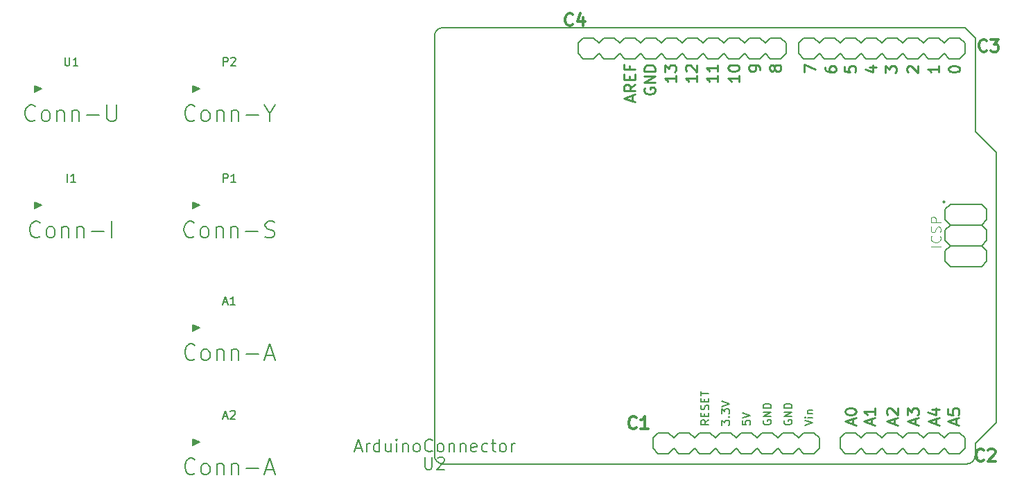
<source format=gto>
G04 #@! TF.FileFunction,Legend,Top*
%FSLAX46Y46*%
G04 Gerber Fmt 4.6, Leading zero omitted, Abs format (unit mm)*
G04 Created by KiCad (PCBNEW 4.0.2+dfsg1-stable) date vie 26 may 2017 18:32:50 CEST*
%MOMM*%
G01*
G04 APERTURE LIST*
%ADD10C,0.100000*%
%ADD11C,0.300000*%
%ADD12C,0.127000*%
%ADD13C,0.203200*%
%ADD14C,0.152400*%
%ADD15C,0.198120*%
%ADD16C,0.150000*%
%ADD17C,0.213360*%
%ADD18C,0.101600*%
%ADD19C,0.200000*%
G04 APERTURE END LIST*
D10*
D11*
X165396101Y-51310314D02*
X165324672Y-51381743D01*
X165110386Y-51453171D01*
X164967529Y-51453171D01*
X164753244Y-51381743D01*
X164610386Y-51238886D01*
X164538958Y-51096029D01*
X164467529Y-50810314D01*
X164467529Y-50596029D01*
X164538958Y-50310314D01*
X164610386Y-50167457D01*
X164753244Y-50024600D01*
X164967529Y-49953171D01*
X165110386Y-49953171D01*
X165324672Y-50024600D01*
X165396101Y-50096029D01*
X166681815Y-50453171D02*
X166681815Y-51453171D01*
X166324672Y-49881743D02*
X165967529Y-50953171D01*
X166896101Y-50953171D01*
X215942101Y-54485314D02*
X215870672Y-54556743D01*
X215656386Y-54628171D01*
X215513529Y-54628171D01*
X215299244Y-54556743D01*
X215156386Y-54413886D01*
X215084958Y-54271029D01*
X215013529Y-53985314D01*
X215013529Y-53771029D01*
X215084958Y-53485314D01*
X215156386Y-53342457D01*
X215299244Y-53199600D01*
X215513529Y-53128171D01*
X215656386Y-53128171D01*
X215870672Y-53199600D01*
X215942101Y-53271029D01*
X216442101Y-53128171D02*
X217370672Y-53128171D01*
X216870672Y-53699600D01*
X217084958Y-53699600D01*
X217227815Y-53771029D01*
X217299244Y-53842457D01*
X217370672Y-53985314D01*
X217370672Y-54342457D01*
X217299244Y-54485314D01*
X217227815Y-54556743D01*
X217084958Y-54628171D01*
X216656386Y-54628171D01*
X216513529Y-54556743D01*
X216442101Y-54485314D01*
X215561101Y-104523314D02*
X215489672Y-104594743D01*
X215275386Y-104666171D01*
X215132529Y-104666171D01*
X214918244Y-104594743D01*
X214775386Y-104451886D01*
X214703958Y-104309029D01*
X214632529Y-104023314D01*
X214632529Y-103809029D01*
X214703958Y-103523314D01*
X214775386Y-103380457D01*
X214918244Y-103237600D01*
X215132529Y-103166171D01*
X215275386Y-103166171D01*
X215489672Y-103237600D01*
X215561101Y-103309029D01*
X216132529Y-103309029D02*
X216203958Y-103237600D01*
X216346815Y-103166171D01*
X216703958Y-103166171D01*
X216846815Y-103237600D01*
X216918244Y-103309029D01*
X216989672Y-103451886D01*
X216989672Y-103594743D01*
X216918244Y-103809029D01*
X216061101Y-104666171D01*
X216989672Y-104666171D01*
X173143101Y-100586314D02*
X173071672Y-100657743D01*
X172857386Y-100729171D01*
X172714529Y-100729171D01*
X172500244Y-100657743D01*
X172357386Y-100514886D01*
X172285958Y-100372029D01*
X172214529Y-100086314D01*
X172214529Y-99872029D01*
X172285958Y-99586314D01*
X172357386Y-99443457D01*
X172500244Y-99300600D01*
X172714529Y-99229171D01*
X172857386Y-99229171D01*
X173071672Y-99300600D01*
X173143101Y-99372029D01*
X174571672Y-100729171D02*
X173714529Y-100729171D01*
X174143101Y-100729171D02*
X174143101Y-99229171D01*
X174000244Y-99443457D01*
X173857386Y-99586314D01*
X173714529Y-99657743D01*
D12*
X214541100Y-102463600D02*
X214541100Y-103987600D01*
X213525100Y-105003600D02*
G75*
G03X214541100Y-103987600I0J1016000D01*
G01*
X213525100Y-105003600D02*
X149517100Y-105003600D01*
X148501100Y-103987600D02*
G75*
G03X149517100Y-105003600I1016000J0D01*
G01*
X148501100Y-103987600D02*
X148501100Y-52705000D01*
X149517100Y-51689000D02*
G75*
G03X148501100Y-52705000I0J-1016000D01*
G01*
X149517100Y-51689000D02*
X213271100Y-51689000D01*
X213271100Y-51689000D02*
X214541100Y-52959000D01*
X214541100Y-52959000D02*
X214541100Y-64389000D01*
X214541100Y-64389000D02*
X217081100Y-66929000D01*
X217081100Y-66929000D02*
X217081100Y-99923600D01*
X217081100Y-99923600D02*
X214541100Y-102463600D01*
D13*
X208826100Y-52933600D02*
X210096100Y-52933600D01*
X210096100Y-52933600D02*
X210731100Y-53568600D01*
X210731100Y-54838600D02*
X210096100Y-55473600D01*
X205651100Y-53568600D02*
X206286100Y-52933600D01*
X206286100Y-52933600D02*
X207556100Y-52933600D01*
X207556100Y-52933600D02*
X208191100Y-53568600D01*
X208191100Y-54838600D02*
X207556100Y-55473600D01*
X207556100Y-55473600D02*
X206286100Y-55473600D01*
X206286100Y-55473600D02*
X205651100Y-54838600D01*
X208826100Y-52933600D02*
X208191100Y-53568600D01*
X208191100Y-54838600D02*
X208826100Y-55473600D01*
X210096100Y-55473600D02*
X208826100Y-55473600D01*
X201206100Y-52933600D02*
X202476100Y-52933600D01*
X202476100Y-52933600D02*
X203111100Y-53568600D01*
X203111100Y-54838600D02*
X202476100Y-55473600D01*
X203111100Y-53568600D02*
X203746100Y-52933600D01*
X203746100Y-52933600D02*
X205016100Y-52933600D01*
X205016100Y-52933600D02*
X205651100Y-53568600D01*
X205651100Y-54838600D02*
X205016100Y-55473600D01*
X205016100Y-55473600D02*
X203746100Y-55473600D01*
X203746100Y-55473600D02*
X203111100Y-54838600D01*
X198031100Y-53568600D02*
X198666100Y-52933600D01*
X198666100Y-52933600D02*
X199936100Y-52933600D01*
X199936100Y-52933600D02*
X200571100Y-53568600D01*
X200571100Y-54838600D02*
X199936100Y-55473600D01*
X199936100Y-55473600D02*
X198666100Y-55473600D01*
X198666100Y-55473600D02*
X198031100Y-54838600D01*
X201206100Y-52933600D02*
X200571100Y-53568600D01*
X200571100Y-54838600D02*
X201206100Y-55473600D01*
X202476100Y-55473600D02*
X201206100Y-55473600D01*
X193586100Y-52933600D02*
X194856100Y-52933600D01*
X194856100Y-52933600D02*
X195491100Y-53568600D01*
X195491100Y-54838600D02*
X194856100Y-55473600D01*
X195491100Y-53568600D02*
X196126100Y-52933600D01*
X196126100Y-52933600D02*
X197396100Y-52933600D01*
X197396100Y-52933600D02*
X198031100Y-53568600D01*
X198031100Y-54838600D02*
X197396100Y-55473600D01*
X197396100Y-55473600D02*
X196126100Y-55473600D01*
X196126100Y-55473600D02*
X195491100Y-54838600D01*
X192951100Y-53568600D02*
X192951100Y-54838600D01*
X193586100Y-52933600D02*
X192951100Y-53568600D01*
X192951100Y-54838600D02*
X193586100Y-55473600D01*
X194856100Y-55473600D02*
X193586100Y-55473600D01*
X211366100Y-52933600D02*
X212636100Y-52933600D01*
X212636100Y-52933600D02*
X213271100Y-53568600D01*
X213271100Y-53568600D02*
X213271100Y-54838600D01*
X213271100Y-54838600D02*
X212636100Y-55473600D01*
X211366100Y-52933600D02*
X210731100Y-53568600D01*
X210731100Y-54838600D02*
X211366100Y-55473600D01*
X212636100Y-55473600D02*
X211366100Y-55473600D01*
X186982100Y-52933600D02*
X188252100Y-52933600D01*
X188252100Y-52933600D02*
X188887100Y-53568600D01*
X188887100Y-54838600D02*
X188252100Y-55473600D01*
X183807100Y-53568600D02*
X184442100Y-52933600D01*
X184442100Y-52933600D02*
X185712100Y-52933600D01*
X185712100Y-52933600D02*
X186347100Y-53568600D01*
X186347100Y-54838600D02*
X185712100Y-55473600D01*
X185712100Y-55473600D02*
X184442100Y-55473600D01*
X184442100Y-55473600D02*
X183807100Y-54838600D01*
X186982100Y-52933600D02*
X186347100Y-53568600D01*
X186347100Y-54838600D02*
X186982100Y-55473600D01*
X188252100Y-55473600D02*
X186982100Y-55473600D01*
X179362100Y-52933600D02*
X180632100Y-52933600D01*
X180632100Y-52933600D02*
X181267100Y-53568600D01*
X181267100Y-54838600D02*
X180632100Y-55473600D01*
X181267100Y-53568600D02*
X181902100Y-52933600D01*
X181902100Y-52933600D02*
X183172100Y-52933600D01*
X183172100Y-52933600D02*
X183807100Y-53568600D01*
X183807100Y-54838600D02*
X183172100Y-55473600D01*
X183172100Y-55473600D02*
X181902100Y-55473600D01*
X181902100Y-55473600D02*
X181267100Y-54838600D01*
X176187100Y-53568600D02*
X176822100Y-52933600D01*
X176822100Y-52933600D02*
X178092100Y-52933600D01*
X178092100Y-52933600D02*
X178727100Y-53568600D01*
X178727100Y-54838600D02*
X178092100Y-55473600D01*
X178092100Y-55473600D02*
X176822100Y-55473600D01*
X176822100Y-55473600D02*
X176187100Y-54838600D01*
X179362100Y-52933600D02*
X178727100Y-53568600D01*
X178727100Y-54838600D02*
X179362100Y-55473600D01*
X180632100Y-55473600D02*
X179362100Y-55473600D01*
X171742100Y-52933600D02*
X173012100Y-52933600D01*
X173012100Y-52933600D02*
X173647100Y-53568600D01*
X173647100Y-54838600D02*
X173012100Y-55473600D01*
X173647100Y-53568600D02*
X174282100Y-52933600D01*
X174282100Y-52933600D02*
X175552100Y-52933600D01*
X175552100Y-52933600D02*
X176187100Y-53568600D01*
X176187100Y-54838600D02*
X175552100Y-55473600D01*
X175552100Y-55473600D02*
X174282100Y-55473600D01*
X174282100Y-55473600D02*
X173647100Y-54838600D01*
X171742100Y-52933600D02*
X171107100Y-53568600D01*
X171107100Y-54838600D02*
X171742100Y-55473600D01*
X173012100Y-55473600D02*
X171742100Y-55473600D01*
X189522100Y-52933600D02*
X190792100Y-52933600D01*
X190792100Y-52933600D02*
X191427100Y-53568600D01*
X191427100Y-53568600D02*
X191427100Y-54838600D01*
X191427100Y-54838600D02*
X190792100Y-55473600D01*
X189522100Y-52933600D02*
X188887100Y-53568600D01*
X188887100Y-54838600D02*
X189522100Y-55473600D01*
X190792100Y-55473600D02*
X189522100Y-55473600D01*
X169202100Y-52933600D02*
X170472100Y-52933600D01*
X170472100Y-52933600D02*
X171107100Y-53568600D01*
X171107100Y-54838600D02*
X170472100Y-55473600D01*
X169202100Y-52933600D02*
X168567100Y-53568600D01*
X168567100Y-54838600D02*
X169202100Y-55473600D01*
X170472100Y-55473600D02*
X169202100Y-55473600D01*
X166662100Y-52933600D02*
X167932100Y-52933600D01*
X167932100Y-52933600D02*
X168567100Y-53568600D01*
X168567100Y-54838600D02*
X167932100Y-55473600D01*
X166027100Y-53568600D02*
X166027100Y-54838600D01*
X166662100Y-52933600D02*
X166027100Y-53568600D01*
X166027100Y-54838600D02*
X166662100Y-55473600D01*
X167932100Y-55473600D02*
X166662100Y-55473600D01*
X210731100Y-101828600D02*
X211366100Y-101193600D01*
X211366100Y-101193600D02*
X212636100Y-101193600D01*
X212636100Y-101193600D02*
X213271100Y-101828600D01*
X213271100Y-103098600D02*
X212636100Y-103733600D01*
X212636100Y-103733600D02*
X211366100Y-103733600D01*
X211366100Y-103733600D02*
X210731100Y-103098600D01*
X206286100Y-101193600D02*
X207556100Y-101193600D01*
X207556100Y-101193600D02*
X208191100Y-101828600D01*
X208191100Y-103098600D02*
X207556100Y-103733600D01*
X208191100Y-101828600D02*
X208826100Y-101193600D01*
X208826100Y-101193600D02*
X210096100Y-101193600D01*
X210096100Y-101193600D02*
X210731100Y-101828600D01*
X210731100Y-103098600D02*
X210096100Y-103733600D01*
X210096100Y-103733600D02*
X208826100Y-103733600D01*
X208826100Y-103733600D02*
X208191100Y-103098600D01*
X203111100Y-101828600D02*
X203746100Y-101193600D01*
X203746100Y-101193600D02*
X205016100Y-101193600D01*
X205016100Y-101193600D02*
X205651100Y-101828600D01*
X205651100Y-103098600D02*
X205016100Y-103733600D01*
X205016100Y-103733600D02*
X203746100Y-103733600D01*
X203746100Y-103733600D02*
X203111100Y-103098600D01*
X206286100Y-101193600D02*
X205651100Y-101828600D01*
X205651100Y-103098600D02*
X206286100Y-103733600D01*
X207556100Y-103733600D02*
X206286100Y-103733600D01*
X198666100Y-101193600D02*
X199936100Y-101193600D01*
X199936100Y-101193600D02*
X200571100Y-101828600D01*
X200571100Y-103098600D02*
X199936100Y-103733600D01*
X200571100Y-101828600D02*
X201206100Y-101193600D01*
X201206100Y-101193600D02*
X202476100Y-101193600D01*
X202476100Y-101193600D02*
X203111100Y-101828600D01*
X203111100Y-103098600D02*
X202476100Y-103733600D01*
X202476100Y-103733600D02*
X201206100Y-103733600D01*
X201206100Y-103733600D02*
X200571100Y-103098600D01*
X198031100Y-101828600D02*
X198031100Y-103098600D01*
X198666100Y-101193600D02*
X198031100Y-101828600D01*
X198031100Y-103098600D02*
X198666100Y-103733600D01*
X199936100Y-103733600D02*
X198666100Y-103733600D01*
X192951100Y-101828600D02*
X193586100Y-101193600D01*
X193586100Y-101193600D02*
X194856100Y-101193600D01*
X194856100Y-101193600D02*
X195491100Y-101828600D01*
X195491100Y-103098600D02*
X194856100Y-103733600D01*
X194856100Y-103733600D02*
X193586100Y-103733600D01*
X193586100Y-103733600D02*
X192951100Y-103098600D01*
X188506100Y-101193600D02*
X189776100Y-101193600D01*
X189776100Y-101193600D02*
X190411100Y-101828600D01*
X190411100Y-103098600D02*
X189776100Y-103733600D01*
X190411100Y-101828600D02*
X191046100Y-101193600D01*
X191046100Y-101193600D02*
X192316100Y-101193600D01*
X192316100Y-101193600D02*
X192951100Y-101828600D01*
X192951100Y-103098600D02*
X192316100Y-103733600D01*
X192316100Y-103733600D02*
X191046100Y-103733600D01*
X191046100Y-103733600D02*
X190411100Y-103098600D01*
X185331100Y-101828600D02*
X185966100Y-101193600D01*
X185966100Y-101193600D02*
X187236100Y-101193600D01*
X187236100Y-101193600D02*
X187871100Y-101828600D01*
X187871100Y-103098600D02*
X187236100Y-103733600D01*
X187236100Y-103733600D02*
X185966100Y-103733600D01*
X185966100Y-103733600D02*
X185331100Y-103098600D01*
X188506100Y-101193600D02*
X187871100Y-101828600D01*
X187871100Y-103098600D02*
X188506100Y-103733600D01*
X189776100Y-103733600D02*
X188506100Y-103733600D01*
X180886100Y-101193600D02*
X182156100Y-101193600D01*
X182156100Y-101193600D02*
X182791100Y-101828600D01*
X182791100Y-103098600D02*
X182156100Y-103733600D01*
X182791100Y-101828600D02*
X183426100Y-101193600D01*
X183426100Y-101193600D02*
X184696100Y-101193600D01*
X184696100Y-101193600D02*
X185331100Y-101828600D01*
X185331100Y-103098600D02*
X184696100Y-103733600D01*
X184696100Y-103733600D02*
X183426100Y-103733600D01*
X183426100Y-103733600D02*
X182791100Y-103098600D01*
X180886100Y-101193600D02*
X180251100Y-101828600D01*
X180251100Y-103098600D02*
X180886100Y-103733600D01*
X182156100Y-103733600D02*
X180886100Y-103733600D01*
X195491100Y-101828600D02*
X195491100Y-103098600D01*
X178346100Y-101193600D02*
X179616100Y-101193600D01*
X179616100Y-101193600D02*
X180251100Y-101828600D01*
X180251100Y-103098600D02*
X179616100Y-103733600D01*
X178346100Y-101193600D02*
X177711100Y-101828600D01*
X177711100Y-103098600D02*
X178346100Y-103733600D01*
X179616100Y-103733600D02*
X178346100Y-103733600D01*
X175806100Y-101193600D02*
X177076100Y-101193600D01*
X177076100Y-101193600D02*
X177711100Y-101828600D01*
X177711100Y-103098600D02*
X177076100Y-103733600D01*
X175171100Y-101828600D02*
X175171100Y-103098600D01*
X175806100Y-101193600D02*
X175171100Y-101828600D01*
X175171100Y-103098600D02*
X175806100Y-103733600D01*
X177076100Y-103733600D02*
X175806100Y-103733600D01*
D12*
X210858100Y-72999600D02*
G75*
G03X210858100Y-72999600I-127000J0D01*
G01*
D14*
X215303100Y-80873600D02*
X215938100Y-80238600D01*
X215938100Y-78968600D02*
X215303100Y-78333600D01*
X215303100Y-78333600D02*
X215938100Y-77698600D01*
X215938100Y-76428600D02*
X215303100Y-75793600D01*
X215303100Y-75793600D02*
X215938100Y-75158600D01*
X215938100Y-73888600D02*
X215303100Y-73253600D01*
X211493100Y-80873600D02*
X210858100Y-80238600D01*
X210858100Y-80238600D02*
X210858100Y-78968600D01*
X210858100Y-78968600D02*
X211493100Y-78333600D01*
X211493100Y-78333600D02*
X210858100Y-77698600D01*
X210858100Y-77698600D02*
X210858100Y-76428600D01*
X210858100Y-76428600D02*
X211493100Y-75793600D01*
X211493100Y-75793600D02*
X210858100Y-75158600D01*
X210858100Y-75158600D02*
X210858100Y-73888600D01*
X210858100Y-73888600D02*
X211493100Y-73253600D01*
X211493100Y-78333600D02*
X215303100Y-78333600D01*
X211493100Y-75793600D02*
X215303100Y-75793600D01*
X211493100Y-73253600D02*
X215303100Y-73253600D01*
X215938100Y-75158600D02*
X215938100Y-73888600D01*
X215938100Y-77698600D02*
X215938100Y-76428600D01*
X215938100Y-80238600D02*
X215938100Y-78968600D01*
X211493100Y-80873600D02*
X215303100Y-80873600D01*
D13*
X213271100Y-101828600D02*
X213271100Y-103098600D01*
D15*
X119514000Y-88490000D02*
X119514000Y-88290000D01*
X119414000Y-88290000D02*
X119414000Y-88490000D01*
X119314000Y-88590000D02*
X119314000Y-88190000D01*
X119214000Y-88190000D02*
X119214000Y-88590000D01*
X119114000Y-88690000D02*
X119114000Y-88090000D01*
X119814000Y-88390000D02*
X119014000Y-88790000D01*
X119014000Y-88790000D02*
X119014000Y-87990000D01*
X119014000Y-87990000D02*
X119814000Y-88390000D01*
X119514000Y-102460000D02*
X119514000Y-102260000D01*
X119414000Y-102260000D02*
X119414000Y-102460000D01*
X119314000Y-102560000D02*
X119314000Y-102160000D01*
X119214000Y-102160000D02*
X119214000Y-102560000D01*
X119114000Y-102660000D02*
X119114000Y-102060000D01*
X119814000Y-102360000D02*
X119014000Y-102760000D01*
X119014000Y-102760000D02*
X119014000Y-101960000D01*
X119014000Y-101960000D02*
X119814000Y-102360000D01*
X100210000Y-73504000D02*
X100210000Y-73304000D01*
X100110000Y-73304000D02*
X100110000Y-73504000D01*
X100010000Y-73604000D02*
X100010000Y-73204000D01*
X99910000Y-73204000D02*
X99910000Y-73604000D01*
X99810000Y-73704000D02*
X99810000Y-73104000D01*
X100510000Y-73404000D02*
X99710000Y-73804000D01*
X99710000Y-73804000D02*
X99710000Y-73004000D01*
X99710000Y-73004000D02*
X100510000Y-73404000D01*
X119514000Y-73504000D02*
X119514000Y-73304000D01*
X119414000Y-73304000D02*
X119414000Y-73504000D01*
X119314000Y-73604000D02*
X119314000Y-73204000D01*
X119214000Y-73204000D02*
X119214000Y-73604000D01*
X119114000Y-73704000D02*
X119114000Y-73104000D01*
X119814000Y-73404000D02*
X119014000Y-73804000D01*
X119014000Y-73804000D02*
X119014000Y-73004000D01*
X119014000Y-73004000D02*
X119814000Y-73404000D01*
X119514000Y-59280000D02*
X119514000Y-59080000D01*
X119414000Y-59080000D02*
X119414000Y-59280000D01*
X119314000Y-59380000D02*
X119314000Y-58980000D01*
X119214000Y-58980000D02*
X119214000Y-59380000D01*
X119114000Y-59480000D02*
X119114000Y-58880000D01*
X119814000Y-59180000D02*
X119014000Y-59580000D01*
X119014000Y-59580000D02*
X119014000Y-58780000D01*
X119014000Y-58780000D02*
X119814000Y-59180000D01*
X100210000Y-59280000D02*
X100210000Y-59080000D01*
X100110000Y-59080000D02*
X100110000Y-59280000D01*
X100010000Y-59380000D02*
X100010000Y-58980000D01*
X99910000Y-58980000D02*
X99910000Y-59380000D01*
X99810000Y-59480000D02*
X99810000Y-58880000D01*
X100510000Y-59180000D02*
X99710000Y-59580000D01*
X99710000Y-59580000D02*
X99710000Y-58780000D01*
X99710000Y-58780000D02*
X100510000Y-59180000D01*
D16*
X147339957Y-104169029D02*
X147339957Y-105402743D01*
X147412529Y-105547886D01*
X147485100Y-105620457D01*
X147630243Y-105693029D01*
X147920529Y-105693029D01*
X148065671Y-105620457D01*
X148138243Y-105547886D01*
X148210814Y-105402743D01*
X148210814Y-104169029D01*
X148863957Y-104314171D02*
X148936528Y-104241600D01*
X149081671Y-104169029D01*
X149444528Y-104169029D01*
X149589671Y-104241600D01*
X149662242Y-104314171D01*
X149734814Y-104459314D01*
X149734814Y-104604457D01*
X149662242Y-104822171D01*
X148791385Y-105693029D01*
X149734814Y-105693029D01*
X138812815Y-103098600D02*
X139538529Y-103098600D01*
X138667672Y-103534029D02*
X139175672Y-102010029D01*
X139683672Y-103534029D01*
X140191672Y-103534029D02*
X140191672Y-102518029D01*
X140191672Y-102808314D02*
X140264244Y-102663171D01*
X140336815Y-102590600D01*
X140481958Y-102518029D01*
X140627101Y-102518029D01*
X141788244Y-103534029D02*
X141788244Y-102010029D01*
X141788244Y-103461457D02*
X141643101Y-103534029D01*
X141352815Y-103534029D01*
X141207673Y-103461457D01*
X141135101Y-103388886D01*
X141062530Y-103243743D01*
X141062530Y-102808314D01*
X141135101Y-102663171D01*
X141207673Y-102590600D01*
X141352815Y-102518029D01*
X141643101Y-102518029D01*
X141788244Y-102590600D01*
X143167101Y-102518029D02*
X143167101Y-103534029D01*
X142513958Y-102518029D02*
X142513958Y-103316314D01*
X142586530Y-103461457D01*
X142731672Y-103534029D01*
X142949387Y-103534029D01*
X143094530Y-103461457D01*
X143167101Y-103388886D01*
X143892815Y-103534029D02*
X143892815Y-102518029D01*
X143892815Y-102010029D02*
X143820244Y-102082600D01*
X143892815Y-102155171D01*
X143965387Y-102082600D01*
X143892815Y-102010029D01*
X143892815Y-102155171D01*
X144618529Y-102518029D02*
X144618529Y-103534029D01*
X144618529Y-102663171D02*
X144691101Y-102590600D01*
X144836243Y-102518029D01*
X145053958Y-102518029D01*
X145199101Y-102590600D01*
X145271672Y-102735743D01*
X145271672Y-103534029D01*
X146215100Y-103534029D02*
X146069958Y-103461457D01*
X145997386Y-103388886D01*
X145924815Y-103243743D01*
X145924815Y-102808314D01*
X145997386Y-102663171D01*
X146069958Y-102590600D01*
X146215100Y-102518029D01*
X146432815Y-102518029D01*
X146577958Y-102590600D01*
X146650529Y-102663171D01*
X146723100Y-102808314D01*
X146723100Y-103243743D01*
X146650529Y-103388886D01*
X146577958Y-103461457D01*
X146432815Y-103534029D01*
X146215100Y-103534029D01*
X148247100Y-103388886D02*
X148174529Y-103461457D01*
X147956815Y-103534029D01*
X147811672Y-103534029D01*
X147593957Y-103461457D01*
X147448815Y-103316314D01*
X147376243Y-103171171D01*
X147303672Y-102880886D01*
X147303672Y-102663171D01*
X147376243Y-102372886D01*
X147448815Y-102227743D01*
X147593957Y-102082600D01*
X147811672Y-102010029D01*
X147956815Y-102010029D01*
X148174529Y-102082600D01*
X148247100Y-102155171D01*
X149117957Y-103534029D02*
X148972815Y-103461457D01*
X148900243Y-103388886D01*
X148827672Y-103243743D01*
X148827672Y-102808314D01*
X148900243Y-102663171D01*
X148972815Y-102590600D01*
X149117957Y-102518029D01*
X149335672Y-102518029D01*
X149480815Y-102590600D01*
X149553386Y-102663171D01*
X149625957Y-102808314D01*
X149625957Y-103243743D01*
X149553386Y-103388886D01*
X149480815Y-103461457D01*
X149335672Y-103534029D01*
X149117957Y-103534029D01*
X150279100Y-102518029D02*
X150279100Y-103534029D01*
X150279100Y-102663171D02*
X150351672Y-102590600D01*
X150496814Y-102518029D01*
X150714529Y-102518029D01*
X150859672Y-102590600D01*
X150932243Y-102735743D01*
X150932243Y-103534029D01*
X151657957Y-102518029D02*
X151657957Y-103534029D01*
X151657957Y-102663171D02*
X151730529Y-102590600D01*
X151875671Y-102518029D01*
X152093386Y-102518029D01*
X152238529Y-102590600D01*
X152311100Y-102735743D01*
X152311100Y-103534029D01*
X153617386Y-103461457D02*
X153472243Y-103534029D01*
X153181957Y-103534029D01*
X153036814Y-103461457D01*
X152964243Y-103316314D01*
X152964243Y-102735743D01*
X153036814Y-102590600D01*
X153181957Y-102518029D01*
X153472243Y-102518029D01*
X153617386Y-102590600D01*
X153689957Y-102735743D01*
X153689957Y-102880886D01*
X152964243Y-103026029D01*
X154996243Y-103461457D02*
X154851100Y-103534029D01*
X154560814Y-103534029D01*
X154415672Y-103461457D01*
X154343100Y-103388886D01*
X154270529Y-103243743D01*
X154270529Y-102808314D01*
X154343100Y-102663171D01*
X154415672Y-102590600D01*
X154560814Y-102518029D01*
X154851100Y-102518029D01*
X154996243Y-102590600D01*
X155431672Y-102518029D02*
X156012243Y-102518029D01*
X155649386Y-102010029D02*
X155649386Y-103316314D01*
X155721958Y-103461457D01*
X155867100Y-103534029D01*
X156012243Y-103534029D01*
X156737957Y-103534029D02*
X156592815Y-103461457D01*
X156520243Y-103388886D01*
X156447672Y-103243743D01*
X156447672Y-102808314D01*
X156520243Y-102663171D01*
X156592815Y-102590600D01*
X156737957Y-102518029D01*
X156955672Y-102518029D01*
X157100815Y-102590600D01*
X157173386Y-102663171D01*
X157245957Y-102808314D01*
X157245957Y-103243743D01*
X157173386Y-103388886D01*
X157100815Y-103461457D01*
X156955672Y-103534029D01*
X156737957Y-103534029D01*
X157899100Y-103534029D02*
X157899100Y-102518029D01*
X157899100Y-102808314D02*
X157971672Y-102663171D01*
X158044243Y-102590600D01*
X158189386Y-102518029D01*
X158334529Y-102518029D01*
D17*
X174155100Y-59070240D02*
X174090753Y-59198934D01*
X174090753Y-59391974D01*
X174155100Y-59585014D01*
X174283793Y-59713707D01*
X174412487Y-59778054D01*
X174669873Y-59842400D01*
X174862913Y-59842400D01*
X175120300Y-59778054D01*
X175248993Y-59713707D01*
X175377687Y-59585014D01*
X175442033Y-59391974D01*
X175442033Y-59263280D01*
X175377687Y-59070240D01*
X175313340Y-59005894D01*
X174862913Y-59005894D01*
X174862913Y-59263280D01*
X175442033Y-58426774D02*
X174090753Y-58426774D01*
X175442033Y-57654614D01*
X174090753Y-57654614D01*
X175442033Y-57011147D02*
X174090753Y-57011147D01*
X174090753Y-56689413D01*
X174155100Y-56496373D01*
X174283793Y-56367680D01*
X174412487Y-56303333D01*
X174669873Y-56238987D01*
X174862913Y-56238987D01*
X175120300Y-56303333D01*
X175248993Y-56367680D01*
X175377687Y-56496373D01*
X175442033Y-56689413D01*
X175442033Y-57011147D01*
X172642953Y-60614560D02*
X172642953Y-59971094D01*
X173029033Y-60743254D02*
X171677753Y-60292827D01*
X173029033Y-59842400D01*
X173029033Y-58619814D02*
X172385567Y-59070240D01*
X173029033Y-59391974D02*
X171677753Y-59391974D01*
X171677753Y-58877200D01*
X171742100Y-58748507D01*
X171806447Y-58684160D01*
X171935140Y-58619814D01*
X172128180Y-58619814D01*
X172256873Y-58684160D01*
X172321220Y-58748507D01*
X172385567Y-58877200D01*
X172385567Y-59391974D01*
X172321220Y-58040694D02*
X172321220Y-57590267D01*
X173029033Y-57397227D02*
X173029033Y-58040694D01*
X171677753Y-58040694D01*
X171677753Y-57397227D01*
X172321220Y-56367680D02*
X172321220Y-56818107D01*
X173029033Y-56818107D02*
X171677753Y-56818107D01*
X171677753Y-56174640D01*
X199612673Y-100148813D02*
X199612673Y-99505347D01*
X199998753Y-100277507D02*
X198647473Y-99827080D01*
X199998753Y-99376653D01*
X198647473Y-98668840D02*
X198647473Y-98540147D01*
X198711820Y-98411453D01*
X198776167Y-98347107D01*
X198904860Y-98282760D01*
X199162247Y-98218413D01*
X199483980Y-98218413D01*
X199741367Y-98282760D01*
X199870060Y-98347107D01*
X199934407Y-98411453D01*
X199998753Y-98540147D01*
X199998753Y-98668840D01*
X199934407Y-98797533D01*
X199870060Y-98861880D01*
X199741367Y-98926227D01*
X199483980Y-98990573D01*
X199162247Y-98990573D01*
X198904860Y-98926227D01*
X198776167Y-98861880D01*
X198711820Y-98797533D01*
X198647473Y-98668840D01*
X201898673Y-100148813D02*
X201898673Y-99505347D01*
X202284753Y-100277507D02*
X200933473Y-99827080D01*
X202284753Y-99376653D01*
X202284753Y-98218413D02*
X202284753Y-98990573D01*
X202284753Y-98604493D02*
X200933473Y-98604493D01*
X201126513Y-98733187D01*
X201255207Y-98861880D01*
X201319553Y-98990573D01*
X204692673Y-100148813D02*
X204692673Y-99505347D01*
X205078753Y-100277507D02*
X203727473Y-99827080D01*
X205078753Y-99376653D01*
X203856167Y-98990573D02*
X203791820Y-98926227D01*
X203727473Y-98797533D01*
X203727473Y-98475800D01*
X203791820Y-98347107D01*
X203856167Y-98282760D01*
X203984860Y-98218413D01*
X204113553Y-98218413D01*
X204306593Y-98282760D01*
X205078753Y-99054920D01*
X205078753Y-98218413D01*
X207232673Y-100148813D02*
X207232673Y-99505347D01*
X207618753Y-100277507D02*
X206267473Y-99827080D01*
X207618753Y-99376653D01*
X206267473Y-99054920D02*
X206267473Y-98218413D01*
X206782247Y-98668840D01*
X206782247Y-98475800D01*
X206846593Y-98347107D01*
X206910940Y-98282760D01*
X207039633Y-98218413D01*
X207361367Y-98218413D01*
X207490060Y-98282760D01*
X207554407Y-98347107D01*
X207618753Y-98475800D01*
X207618753Y-98861880D01*
X207554407Y-98990573D01*
X207490060Y-99054920D01*
X209772673Y-100148813D02*
X209772673Y-99505347D01*
X210158753Y-100277507D02*
X208807473Y-99827080D01*
X210158753Y-99376653D01*
X209257900Y-98347107D02*
X210158753Y-98347107D01*
X208743127Y-98668840D02*
X209708327Y-98990573D01*
X209708327Y-98154067D01*
X212185673Y-100148813D02*
X212185673Y-99505347D01*
X212571753Y-100277507D02*
X211220473Y-99827080D01*
X212571753Y-99376653D01*
X211220473Y-98282760D02*
X211220473Y-98926227D01*
X211863940Y-98990573D01*
X211799593Y-98926227D01*
X211735247Y-98797533D01*
X211735247Y-98475800D01*
X211799593Y-98347107D01*
X211863940Y-98282760D01*
X211992633Y-98218413D01*
X212314367Y-98218413D01*
X212443060Y-98282760D01*
X212507407Y-98347107D01*
X212571753Y-98475800D01*
X212571753Y-98797533D01*
X212507407Y-98926227D01*
X212443060Y-98990573D01*
D14*
X181983138Y-99624848D02*
X181523519Y-99946581D01*
X181983138Y-100176390D02*
X181017938Y-100176390D01*
X181017938Y-99808695D01*
X181063900Y-99716771D01*
X181109862Y-99670810D01*
X181201786Y-99624848D01*
X181339671Y-99624848D01*
X181431595Y-99670810D01*
X181477557Y-99716771D01*
X181523519Y-99808695D01*
X181523519Y-100176390D01*
X181477557Y-99211190D02*
X181477557Y-98889457D01*
X181983138Y-98751571D02*
X181983138Y-99211190D01*
X181017938Y-99211190D01*
X181017938Y-98751571D01*
X181937176Y-98383876D02*
X181983138Y-98245991D01*
X181983138Y-98016181D01*
X181937176Y-97924257D01*
X181891214Y-97878295D01*
X181799290Y-97832334D01*
X181707367Y-97832334D01*
X181615443Y-97878295D01*
X181569481Y-97924257D01*
X181523519Y-98016181D01*
X181477557Y-98200029D01*
X181431595Y-98291953D01*
X181385633Y-98337914D01*
X181293710Y-98383876D01*
X181201786Y-98383876D01*
X181109862Y-98337914D01*
X181063900Y-98291953D01*
X181017938Y-98200029D01*
X181017938Y-97970219D01*
X181063900Y-97832334D01*
X181477557Y-97418676D02*
X181477557Y-97096943D01*
X181983138Y-96959057D02*
X181983138Y-97418676D01*
X181017938Y-97418676D01*
X181017938Y-96959057D01*
X181017938Y-96683286D02*
X181017938Y-96131743D01*
X181983138Y-96407515D02*
X181017938Y-96407515D01*
X183557938Y-100268314D02*
X183557938Y-99670810D01*
X183925633Y-99992543D01*
X183925633Y-99854657D01*
X183971595Y-99762733D01*
X184017557Y-99716771D01*
X184109481Y-99670810D01*
X184339290Y-99670810D01*
X184431214Y-99716771D01*
X184477176Y-99762733D01*
X184523138Y-99854657D01*
X184523138Y-100130429D01*
X184477176Y-100222352D01*
X184431214Y-100268314D01*
X184431214Y-99257152D02*
X184477176Y-99211191D01*
X184523138Y-99257152D01*
X184477176Y-99303114D01*
X184431214Y-99257152D01*
X184523138Y-99257152D01*
X183557938Y-98889457D02*
X183557938Y-98291953D01*
X183925633Y-98613686D01*
X183925633Y-98475800D01*
X183971595Y-98383876D01*
X184017557Y-98337914D01*
X184109481Y-98291953D01*
X184339290Y-98291953D01*
X184431214Y-98337914D01*
X184477176Y-98383876D01*
X184523138Y-98475800D01*
X184523138Y-98751572D01*
X184477176Y-98843495D01*
X184431214Y-98889457D01*
X183557938Y-98016181D02*
X184523138Y-97694448D01*
X183557938Y-97372715D01*
X186097938Y-99716771D02*
X186097938Y-100176390D01*
X186557557Y-100222352D01*
X186511595Y-100176390D01*
X186465633Y-100084467D01*
X186465633Y-99854657D01*
X186511595Y-99762733D01*
X186557557Y-99716771D01*
X186649481Y-99670810D01*
X186879290Y-99670810D01*
X186971214Y-99716771D01*
X187017176Y-99762733D01*
X187063138Y-99854657D01*
X187063138Y-100084467D01*
X187017176Y-100176390D01*
X186971214Y-100222352D01*
X186097938Y-99395038D02*
X187063138Y-99073305D01*
X186097938Y-98751572D01*
X188683900Y-99670810D02*
X188637938Y-99762733D01*
X188637938Y-99900619D01*
X188683900Y-100038505D01*
X188775824Y-100130429D01*
X188867748Y-100176390D01*
X189051595Y-100222352D01*
X189189481Y-100222352D01*
X189373329Y-100176390D01*
X189465252Y-100130429D01*
X189557176Y-100038505D01*
X189603138Y-99900619D01*
X189603138Y-99808695D01*
X189557176Y-99670810D01*
X189511214Y-99624848D01*
X189189481Y-99624848D01*
X189189481Y-99808695D01*
X189603138Y-99211190D02*
X188637938Y-99211190D01*
X189603138Y-98659648D01*
X188637938Y-98659648D01*
X189603138Y-98200028D02*
X188637938Y-98200028D01*
X188637938Y-97970219D01*
X188683900Y-97832333D01*
X188775824Y-97740409D01*
X188867748Y-97694448D01*
X189051595Y-97648486D01*
X189189481Y-97648486D01*
X189373329Y-97694448D01*
X189465252Y-97740409D01*
X189557176Y-97832333D01*
X189603138Y-97970219D01*
X189603138Y-98200028D01*
X191223900Y-99670810D02*
X191177938Y-99762733D01*
X191177938Y-99900619D01*
X191223900Y-100038505D01*
X191315824Y-100130429D01*
X191407748Y-100176390D01*
X191591595Y-100222352D01*
X191729481Y-100222352D01*
X191913329Y-100176390D01*
X192005252Y-100130429D01*
X192097176Y-100038505D01*
X192143138Y-99900619D01*
X192143138Y-99808695D01*
X192097176Y-99670810D01*
X192051214Y-99624848D01*
X191729481Y-99624848D01*
X191729481Y-99808695D01*
X192143138Y-99211190D02*
X191177938Y-99211190D01*
X192143138Y-98659648D01*
X191177938Y-98659648D01*
X192143138Y-98200028D02*
X191177938Y-98200028D01*
X191177938Y-97970219D01*
X191223900Y-97832333D01*
X191315824Y-97740409D01*
X191407748Y-97694448D01*
X191591595Y-97648486D01*
X191729481Y-97648486D01*
X191913329Y-97694448D01*
X192005252Y-97740409D01*
X192097176Y-97832333D01*
X192143138Y-97970219D01*
X192143138Y-98200028D01*
X193717938Y-100314276D02*
X194683138Y-99992543D01*
X193717938Y-99670810D01*
X194683138Y-99349076D02*
X194039671Y-99349076D01*
X193717938Y-99349076D02*
X193763900Y-99395038D01*
X193809862Y-99349076D01*
X193763900Y-99303115D01*
X193717938Y-99349076D01*
X193809862Y-99349076D01*
X194039671Y-98889457D02*
X194683138Y-98889457D01*
X194131595Y-98889457D02*
X194085633Y-98843496D01*
X194039671Y-98751572D01*
X194039671Y-98613686D01*
X194085633Y-98521762D01*
X194177557Y-98475800D01*
X194683138Y-98475800D01*
D18*
X210330748Y-78423710D02*
X209124248Y-78423710D01*
X210215843Y-77159758D02*
X210273295Y-77217210D01*
X210330748Y-77389567D01*
X210330748Y-77504472D01*
X210273295Y-77676829D01*
X210158390Y-77791734D01*
X210043486Y-77849186D01*
X209813676Y-77906638D01*
X209641319Y-77906638D01*
X209411510Y-77849186D01*
X209296605Y-77791734D01*
X209181700Y-77676829D01*
X209124248Y-77504472D01*
X209124248Y-77389567D01*
X209181700Y-77217210D01*
X209239152Y-77159758D01*
X210273295Y-76700138D02*
X210330748Y-76527781D01*
X210330748Y-76240519D01*
X210273295Y-76125615D01*
X210215843Y-76068162D01*
X210100938Y-76010710D01*
X209986033Y-76010710D01*
X209871129Y-76068162D01*
X209813676Y-76125615D01*
X209756224Y-76240519D01*
X209698771Y-76470329D01*
X209641319Y-76585234D01*
X209583867Y-76642686D01*
X209468962Y-76700138D01*
X209354057Y-76700138D01*
X209239152Y-76642686D01*
X209181700Y-76585234D01*
X209124248Y-76470329D01*
X209124248Y-76183067D01*
X209181700Y-76010710D01*
X210330748Y-75493638D02*
X209124248Y-75493638D01*
X209124248Y-75034019D01*
X209181700Y-74919114D01*
X209239152Y-74861662D01*
X209354057Y-74804210D01*
X209526414Y-74804210D01*
X209641319Y-74861662D01*
X209698771Y-74919114D01*
X209756224Y-75034019D01*
X209756224Y-75493638D01*
D17*
X211301753Y-56816413D02*
X211301753Y-56687720D01*
X211366100Y-56559026D01*
X211430447Y-56494680D01*
X211559140Y-56430333D01*
X211816527Y-56365986D01*
X212138260Y-56365986D01*
X212395647Y-56430333D01*
X212524340Y-56494680D01*
X212588687Y-56559026D01*
X212653033Y-56687720D01*
X212653033Y-56816413D01*
X212588687Y-56945106D01*
X212524340Y-57009453D01*
X212395647Y-57073800D01*
X212138260Y-57138146D01*
X211816527Y-57138146D01*
X211559140Y-57073800D01*
X211430447Y-57009453D01*
X211366100Y-56945106D01*
X211301753Y-56816413D01*
X210113033Y-56365986D02*
X210113033Y-57138146D01*
X210113033Y-56752066D02*
X208761753Y-56752066D01*
X208954793Y-56880760D01*
X209083487Y-57009453D01*
X209147833Y-57138146D01*
X206350447Y-57138146D02*
X206286100Y-57073800D01*
X206221753Y-56945106D01*
X206221753Y-56623373D01*
X206286100Y-56494680D01*
X206350447Y-56430333D01*
X206479140Y-56365986D01*
X206607833Y-56365986D01*
X206800873Y-56430333D01*
X207573033Y-57202493D01*
X207573033Y-56365986D01*
X203554753Y-57202493D02*
X203554753Y-56365986D01*
X204069527Y-56816413D01*
X204069527Y-56623373D01*
X204133873Y-56494680D01*
X204198220Y-56430333D01*
X204326913Y-56365986D01*
X204648647Y-56365986D01*
X204777340Y-56430333D01*
X204841687Y-56494680D01*
X204906033Y-56623373D01*
X204906033Y-57009453D01*
X204841687Y-57138146D01*
X204777340Y-57202493D01*
X201592180Y-56494680D02*
X202493033Y-56494680D01*
X201077407Y-56816413D02*
X202042607Y-57138146D01*
X202042607Y-56301640D01*
X198601753Y-56430333D02*
X198601753Y-57073800D01*
X199245220Y-57138146D01*
X199180873Y-57073800D01*
X199116527Y-56945106D01*
X199116527Y-56623373D01*
X199180873Y-56494680D01*
X199245220Y-56430333D01*
X199373913Y-56365986D01*
X199695647Y-56365986D01*
X199824340Y-56430333D01*
X199888687Y-56494680D01*
X199953033Y-56623373D01*
X199953033Y-56945106D01*
X199888687Y-57073800D01*
X199824340Y-57138146D01*
X196188753Y-56494680D02*
X196188753Y-56752066D01*
X196253100Y-56880760D01*
X196317447Y-56945106D01*
X196510487Y-57073800D01*
X196767873Y-57138146D01*
X197282647Y-57138146D01*
X197411340Y-57073800D01*
X197475687Y-57009453D01*
X197540033Y-56880760D01*
X197540033Y-56623373D01*
X197475687Y-56494680D01*
X197411340Y-56430333D01*
X197282647Y-56365986D01*
X196960913Y-56365986D01*
X196832220Y-56430333D01*
X196767873Y-56494680D01*
X196703527Y-56623373D01*
X196703527Y-56880760D01*
X196767873Y-57009453D01*
X196832220Y-57073800D01*
X196960913Y-57138146D01*
X193648753Y-57075493D02*
X193648753Y-56174640D01*
X195000033Y-56753760D01*
X190036873Y-56753760D02*
X189972527Y-56882453D01*
X189908180Y-56946800D01*
X189779487Y-57011146D01*
X189715140Y-57011146D01*
X189586447Y-56946800D01*
X189522100Y-56882453D01*
X189457753Y-56753760D01*
X189457753Y-56496373D01*
X189522100Y-56367680D01*
X189586447Y-56303333D01*
X189715140Y-56238986D01*
X189779487Y-56238986D01*
X189908180Y-56303333D01*
X189972527Y-56367680D01*
X190036873Y-56496373D01*
X190036873Y-56753760D01*
X190101220Y-56882453D01*
X190165567Y-56946800D01*
X190294260Y-57011146D01*
X190551647Y-57011146D01*
X190680340Y-56946800D01*
X190744687Y-56882453D01*
X190809033Y-56753760D01*
X190809033Y-56496373D01*
X190744687Y-56367680D01*
X190680340Y-56303333D01*
X190551647Y-56238986D01*
X190294260Y-56238986D01*
X190165567Y-56303333D01*
X190101220Y-56367680D01*
X190036873Y-56496373D01*
X188269033Y-56882453D02*
X188269033Y-56625066D01*
X188204687Y-56496373D01*
X188140340Y-56432026D01*
X187947300Y-56303333D01*
X187689913Y-56238986D01*
X187175140Y-56238986D01*
X187046447Y-56303333D01*
X186982100Y-56367680D01*
X186917753Y-56496373D01*
X186917753Y-56753760D01*
X186982100Y-56882453D01*
X187046447Y-56946800D01*
X187175140Y-57011146D01*
X187496873Y-57011146D01*
X187625567Y-56946800D01*
X187689913Y-56882453D01*
X187754260Y-56753760D01*
X187754260Y-56496373D01*
X187689913Y-56367680D01*
X187625567Y-56303333D01*
X187496873Y-56238986D01*
X185729033Y-57525919D02*
X185729033Y-58298079D01*
X185729033Y-57911999D02*
X184377753Y-57911999D01*
X184570793Y-58040693D01*
X184699487Y-58169386D01*
X184763833Y-58298079D01*
X184377753Y-56689413D02*
X184377753Y-56560720D01*
X184442100Y-56432026D01*
X184506447Y-56367680D01*
X184635140Y-56303333D01*
X184892527Y-56238986D01*
X185214260Y-56238986D01*
X185471647Y-56303333D01*
X185600340Y-56367680D01*
X185664687Y-56432026D01*
X185729033Y-56560720D01*
X185729033Y-56689413D01*
X185664687Y-56818106D01*
X185600340Y-56882453D01*
X185471647Y-56946800D01*
X185214260Y-57011146D01*
X184892527Y-57011146D01*
X184635140Y-56946800D01*
X184506447Y-56882453D01*
X184442100Y-56818106D01*
X184377753Y-56689413D01*
X183062033Y-57525919D02*
X183062033Y-58298079D01*
X183062033Y-57911999D02*
X181710753Y-57911999D01*
X181903793Y-58040693D01*
X182032487Y-58169386D01*
X182096833Y-58298079D01*
X183062033Y-56238986D02*
X183062033Y-57011146D01*
X183062033Y-56625066D02*
X181710753Y-56625066D01*
X181903793Y-56753760D01*
X182032487Y-56882453D01*
X182096833Y-57011146D01*
X180522033Y-57525919D02*
X180522033Y-58298079D01*
X180522033Y-57911999D02*
X179170753Y-57911999D01*
X179363793Y-58040693D01*
X179492487Y-58169386D01*
X179556833Y-58298079D01*
X179299447Y-57011146D02*
X179235100Y-56946800D01*
X179170753Y-56818106D01*
X179170753Y-56496373D01*
X179235100Y-56367680D01*
X179299447Y-56303333D01*
X179428140Y-56238986D01*
X179556833Y-56238986D01*
X179749873Y-56303333D01*
X180522033Y-57075493D01*
X180522033Y-56238986D01*
X177982033Y-57525919D02*
X177982033Y-58298079D01*
X177982033Y-57911999D02*
X176630753Y-57911999D01*
X176823793Y-58040693D01*
X176952487Y-58169386D01*
X177016833Y-58298079D01*
X176630753Y-57075493D02*
X176630753Y-56238986D01*
X177145527Y-56689413D01*
X177145527Y-56496373D01*
X177209873Y-56367680D01*
X177274220Y-56303333D01*
X177402913Y-56238986D01*
X177724647Y-56238986D01*
X177853340Y-56303333D01*
X177917687Y-56367680D01*
X177982033Y-56496373D01*
X177982033Y-56882453D01*
X177917687Y-57011146D01*
X177853340Y-57075493D01*
D19*
X122729714Y-85256667D02*
X123205905Y-85256667D01*
X122634476Y-85542381D02*
X122967809Y-84542381D01*
X123301143Y-85542381D01*
X124158286Y-85542381D02*
X123586857Y-85542381D01*
X123872571Y-85542381D02*
X123872571Y-84542381D01*
X123777333Y-84685238D01*
X123682095Y-84780476D01*
X123586857Y-84828095D01*
X119253524Y-92154286D02*
X119158286Y-92249524D01*
X118872571Y-92344762D01*
X118682095Y-92344762D01*
X118396381Y-92249524D01*
X118205905Y-92059048D01*
X118110666Y-91868571D01*
X118015428Y-91487619D01*
X118015428Y-91201905D01*
X118110666Y-90820952D01*
X118205905Y-90630476D01*
X118396381Y-90440000D01*
X118682095Y-90344762D01*
X118872571Y-90344762D01*
X119158286Y-90440000D01*
X119253524Y-90535238D01*
X120396381Y-92344762D02*
X120205905Y-92249524D01*
X120110666Y-92154286D01*
X120015428Y-91963810D01*
X120015428Y-91392381D01*
X120110666Y-91201905D01*
X120205905Y-91106667D01*
X120396381Y-91011429D01*
X120682095Y-91011429D01*
X120872571Y-91106667D01*
X120967809Y-91201905D01*
X121063047Y-91392381D01*
X121063047Y-91963810D01*
X120967809Y-92154286D01*
X120872571Y-92249524D01*
X120682095Y-92344762D01*
X120396381Y-92344762D01*
X121920190Y-91011429D02*
X121920190Y-92344762D01*
X121920190Y-91201905D02*
X122015429Y-91106667D01*
X122205905Y-91011429D01*
X122491619Y-91011429D01*
X122682095Y-91106667D01*
X122777333Y-91297143D01*
X122777333Y-92344762D01*
X123729714Y-91011429D02*
X123729714Y-92344762D01*
X123729714Y-91201905D02*
X123824953Y-91106667D01*
X124015429Y-91011429D01*
X124301143Y-91011429D01*
X124491619Y-91106667D01*
X124586857Y-91297143D01*
X124586857Y-92344762D01*
X125539238Y-91582857D02*
X127063048Y-91582857D01*
X127920190Y-91773333D02*
X128872571Y-91773333D01*
X127729714Y-92344762D02*
X128396381Y-90344762D01*
X129063048Y-92344762D01*
X122729714Y-99226667D02*
X123205905Y-99226667D01*
X122634476Y-99512381D02*
X122967809Y-98512381D01*
X123301143Y-99512381D01*
X123586857Y-98607619D02*
X123634476Y-98560000D01*
X123729714Y-98512381D01*
X123967810Y-98512381D01*
X124063048Y-98560000D01*
X124110667Y-98607619D01*
X124158286Y-98702857D01*
X124158286Y-98798095D01*
X124110667Y-98940952D01*
X123539238Y-99512381D01*
X124158286Y-99512381D01*
X119253524Y-106124286D02*
X119158286Y-106219524D01*
X118872571Y-106314762D01*
X118682095Y-106314762D01*
X118396381Y-106219524D01*
X118205905Y-106029048D01*
X118110666Y-105838571D01*
X118015428Y-105457619D01*
X118015428Y-105171905D01*
X118110666Y-104790952D01*
X118205905Y-104600476D01*
X118396381Y-104410000D01*
X118682095Y-104314762D01*
X118872571Y-104314762D01*
X119158286Y-104410000D01*
X119253524Y-104505238D01*
X120396381Y-106314762D02*
X120205905Y-106219524D01*
X120110666Y-106124286D01*
X120015428Y-105933810D01*
X120015428Y-105362381D01*
X120110666Y-105171905D01*
X120205905Y-105076667D01*
X120396381Y-104981429D01*
X120682095Y-104981429D01*
X120872571Y-105076667D01*
X120967809Y-105171905D01*
X121063047Y-105362381D01*
X121063047Y-105933810D01*
X120967809Y-106124286D01*
X120872571Y-106219524D01*
X120682095Y-106314762D01*
X120396381Y-106314762D01*
X121920190Y-104981429D02*
X121920190Y-106314762D01*
X121920190Y-105171905D02*
X122015429Y-105076667D01*
X122205905Y-104981429D01*
X122491619Y-104981429D01*
X122682095Y-105076667D01*
X122777333Y-105267143D01*
X122777333Y-106314762D01*
X123729714Y-104981429D02*
X123729714Y-106314762D01*
X123729714Y-105171905D02*
X123824953Y-105076667D01*
X124015429Y-104981429D01*
X124301143Y-104981429D01*
X124491619Y-105076667D01*
X124586857Y-105267143D01*
X124586857Y-106314762D01*
X125539238Y-105552857D02*
X127063048Y-105552857D01*
X127920190Y-105743333D02*
X128872571Y-105743333D01*
X127729714Y-106314762D02*
X128396381Y-104314762D01*
X129063048Y-106314762D01*
X103663810Y-70556381D02*
X103663810Y-69556381D01*
X104663810Y-70556381D02*
X104092381Y-70556381D01*
X104378095Y-70556381D02*
X104378095Y-69556381D01*
X104282857Y-69699238D01*
X104187619Y-69794476D01*
X104092381Y-69842095D01*
X100330477Y-77168286D02*
X100235239Y-77263524D01*
X99949524Y-77358762D01*
X99759048Y-77358762D01*
X99473334Y-77263524D01*
X99282858Y-77073048D01*
X99187619Y-76882571D01*
X99092381Y-76501619D01*
X99092381Y-76215905D01*
X99187619Y-75834952D01*
X99282858Y-75644476D01*
X99473334Y-75454000D01*
X99759048Y-75358762D01*
X99949524Y-75358762D01*
X100235239Y-75454000D01*
X100330477Y-75549238D01*
X101473334Y-77358762D02*
X101282858Y-77263524D01*
X101187619Y-77168286D01*
X101092381Y-76977810D01*
X101092381Y-76406381D01*
X101187619Y-76215905D01*
X101282858Y-76120667D01*
X101473334Y-76025429D01*
X101759048Y-76025429D01*
X101949524Y-76120667D01*
X102044762Y-76215905D01*
X102140000Y-76406381D01*
X102140000Y-76977810D01*
X102044762Y-77168286D01*
X101949524Y-77263524D01*
X101759048Y-77358762D01*
X101473334Y-77358762D01*
X102997143Y-76025429D02*
X102997143Y-77358762D01*
X102997143Y-76215905D02*
X103092382Y-76120667D01*
X103282858Y-76025429D01*
X103568572Y-76025429D01*
X103759048Y-76120667D01*
X103854286Y-76311143D01*
X103854286Y-77358762D01*
X104806667Y-76025429D02*
X104806667Y-77358762D01*
X104806667Y-76215905D02*
X104901906Y-76120667D01*
X105092382Y-76025429D01*
X105378096Y-76025429D01*
X105568572Y-76120667D01*
X105663810Y-76311143D01*
X105663810Y-77358762D01*
X106616191Y-76596857D02*
X108140001Y-76596857D01*
X109092381Y-77358762D02*
X109092381Y-75358762D01*
X122705905Y-70556381D02*
X122705905Y-69556381D01*
X123086858Y-69556381D01*
X123182096Y-69604000D01*
X123229715Y-69651619D01*
X123277334Y-69746857D01*
X123277334Y-69889714D01*
X123229715Y-69984952D01*
X123182096Y-70032571D01*
X123086858Y-70080190D01*
X122705905Y-70080190D01*
X124229715Y-70556381D02*
X123658286Y-70556381D01*
X123944000Y-70556381D02*
X123944000Y-69556381D01*
X123848762Y-69699238D01*
X123753524Y-69794476D01*
X123658286Y-69842095D01*
X119158286Y-77168286D02*
X119063048Y-77263524D01*
X118777333Y-77358762D01*
X118586857Y-77358762D01*
X118301143Y-77263524D01*
X118110667Y-77073048D01*
X118015428Y-76882571D01*
X117920190Y-76501619D01*
X117920190Y-76215905D01*
X118015428Y-75834952D01*
X118110667Y-75644476D01*
X118301143Y-75454000D01*
X118586857Y-75358762D01*
X118777333Y-75358762D01*
X119063048Y-75454000D01*
X119158286Y-75549238D01*
X120301143Y-77358762D02*
X120110667Y-77263524D01*
X120015428Y-77168286D01*
X119920190Y-76977810D01*
X119920190Y-76406381D01*
X120015428Y-76215905D01*
X120110667Y-76120667D01*
X120301143Y-76025429D01*
X120586857Y-76025429D01*
X120777333Y-76120667D01*
X120872571Y-76215905D01*
X120967809Y-76406381D01*
X120967809Y-76977810D01*
X120872571Y-77168286D01*
X120777333Y-77263524D01*
X120586857Y-77358762D01*
X120301143Y-77358762D01*
X121824952Y-76025429D02*
X121824952Y-77358762D01*
X121824952Y-76215905D02*
X121920191Y-76120667D01*
X122110667Y-76025429D01*
X122396381Y-76025429D01*
X122586857Y-76120667D01*
X122682095Y-76311143D01*
X122682095Y-77358762D01*
X123634476Y-76025429D02*
X123634476Y-77358762D01*
X123634476Y-76215905D02*
X123729715Y-76120667D01*
X123920191Y-76025429D01*
X124205905Y-76025429D01*
X124396381Y-76120667D01*
X124491619Y-76311143D01*
X124491619Y-77358762D01*
X125444000Y-76596857D02*
X126967810Y-76596857D01*
X127824952Y-77263524D02*
X128110667Y-77358762D01*
X128586857Y-77358762D01*
X128777333Y-77263524D01*
X128872571Y-77168286D01*
X128967810Y-76977810D01*
X128967810Y-76787333D01*
X128872571Y-76596857D01*
X128777333Y-76501619D01*
X128586857Y-76406381D01*
X128205905Y-76311143D01*
X128015429Y-76215905D01*
X127920190Y-76120667D01*
X127824952Y-75930190D01*
X127824952Y-75739714D01*
X127920190Y-75549238D01*
X128015429Y-75454000D01*
X128205905Y-75358762D01*
X128682095Y-75358762D01*
X128967810Y-75454000D01*
X122705905Y-56332381D02*
X122705905Y-55332381D01*
X123086858Y-55332381D01*
X123182096Y-55380000D01*
X123229715Y-55427619D01*
X123277334Y-55522857D01*
X123277334Y-55665714D01*
X123229715Y-55760952D01*
X123182096Y-55808571D01*
X123086858Y-55856190D01*
X122705905Y-55856190D01*
X123658286Y-55427619D02*
X123705905Y-55380000D01*
X123801143Y-55332381D01*
X124039239Y-55332381D01*
X124134477Y-55380000D01*
X124182096Y-55427619D01*
X124229715Y-55522857D01*
X124229715Y-55618095D01*
X124182096Y-55760952D01*
X123610667Y-56332381D01*
X124229715Y-56332381D01*
X119253524Y-62944286D02*
X119158286Y-63039524D01*
X118872571Y-63134762D01*
X118682095Y-63134762D01*
X118396381Y-63039524D01*
X118205905Y-62849048D01*
X118110666Y-62658571D01*
X118015428Y-62277619D01*
X118015428Y-61991905D01*
X118110666Y-61610952D01*
X118205905Y-61420476D01*
X118396381Y-61230000D01*
X118682095Y-61134762D01*
X118872571Y-61134762D01*
X119158286Y-61230000D01*
X119253524Y-61325238D01*
X120396381Y-63134762D02*
X120205905Y-63039524D01*
X120110666Y-62944286D01*
X120015428Y-62753810D01*
X120015428Y-62182381D01*
X120110666Y-61991905D01*
X120205905Y-61896667D01*
X120396381Y-61801429D01*
X120682095Y-61801429D01*
X120872571Y-61896667D01*
X120967809Y-61991905D01*
X121063047Y-62182381D01*
X121063047Y-62753810D01*
X120967809Y-62944286D01*
X120872571Y-63039524D01*
X120682095Y-63134762D01*
X120396381Y-63134762D01*
X121920190Y-61801429D02*
X121920190Y-63134762D01*
X121920190Y-61991905D02*
X122015429Y-61896667D01*
X122205905Y-61801429D01*
X122491619Y-61801429D01*
X122682095Y-61896667D01*
X122777333Y-62087143D01*
X122777333Y-63134762D01*
X123729714Y-61801429D02*
X123729714Y-63134762D01*
X123729714Y-61991905D02*
X123824953Y-61896667D01*
X124015429Y-61801429D01*
X124301143Y-61801429D01*
X124491619Y-61896667D01*
X124586857Y-62087143D01*
X124586857Y-63134762D01*
X125539238Y-62372857D02*
X127063048Y-62372857D01*
X128396381Y-62182381D02*
X128396381Y-63134762D01*
X127729714Y-61134762D02*
X128396381Y-62182381D01*
X129063048Y-61134762D01*
X103378095Y-55332381D02*
X103378095Y-56141905D01*
X103425714Y-56237143D01*
X103473333Y-56284762D01*
X103568571Y-56332381D01*
X103759048Y-56332381D01*
X103854286Y-56284762D01*
X103901905Y-56237143D01*
X103949524Y-56141905D01*
X103949524Y-55332381D01*
X104949524Y-56332381D02*
X104378095Y-56332381D01*
X104663809Y-56332381D02*
X104663809Y-55332381D01*
X104568571Y-55475238D01*
X104473333Y-55570476D01*
X104378095Y-55618095D01*
X99759048Y-62944286D02*
X99663810Y-63039524D01*
X99378095Y-63134762D01*
X99187619Y-63134762D01*
X98901905Y-63039524D01*
X98711429Y-62849048D01*
X98616190Y-62658571D01*
X98520952Y-62277619D01*
X98520952Y-61991905D01*
X98616190Y-61610952D01*
X98711429Y-61420476D01*
X98901905Y-61230000D01*
X99187619Y-61134762D01*
X99378095Y-61134762D01*
X99663810Y-61230000D01*
X99759048Y-61325238D01*
X100901905Y-63134762D02*
X100711429Y-63039524D01*
X100616190Y-62944286D01*
X100520952Y-62753810D01*
X100520952Y-62182381D01*
X100616190Y-61991905D01*
X100711429Y-61896667D01*
X100901905Y-61801429D01*
X101187619Y-61801429D01*
X101378095Y-61896667D01*
X101473333Y-61991905D01*
X101568571Y-62182381D01*
X101568571Y-62753810D01*
X101473333Y-62944286D01*
X101378095Y-63039524D01*
X101187619Y-63134762D01*
X100901905Y-63134762D01*
X102425714Y-61801429D02*
X102425714Y-63134762D01*
X102425714Y-61991905D02*
X102520953Y-61896667D01*
X102711429Y-61801429D01*
X102997143Y-61801429D01*
X103187619Y-61896667D01*
X103282857Y-62087143D01*
X103282857Y-63134762D01*
X104235238Y-61801429D02*
X104235238Y-63134762D01*
X104235238Y-61991905D02*
X104330477Y-61896667D01*
X104520953Y-61801429D01*
X104806667Y-61801429D01*
X104997143Y-61896667D01*
X105092381Y-62087143D01*
X105092381Y-63134762D01*
X106044762Y-62372857D02*
X107568572Y-62372857D01*
X108520952Y-61134762D02*
X108520952Y-62753810D01*
X108616191Y-62944286D01*
X108711429Y-63039524D01*
X108901905Y-63134762D01*
X109282857Y-63134762D01*
X109473333Y-63039524D01*
X109568572Y-62944286D01*
X109663810Y-62753810D01*
X109663810Y-61134762D01*
M02*

</source>
